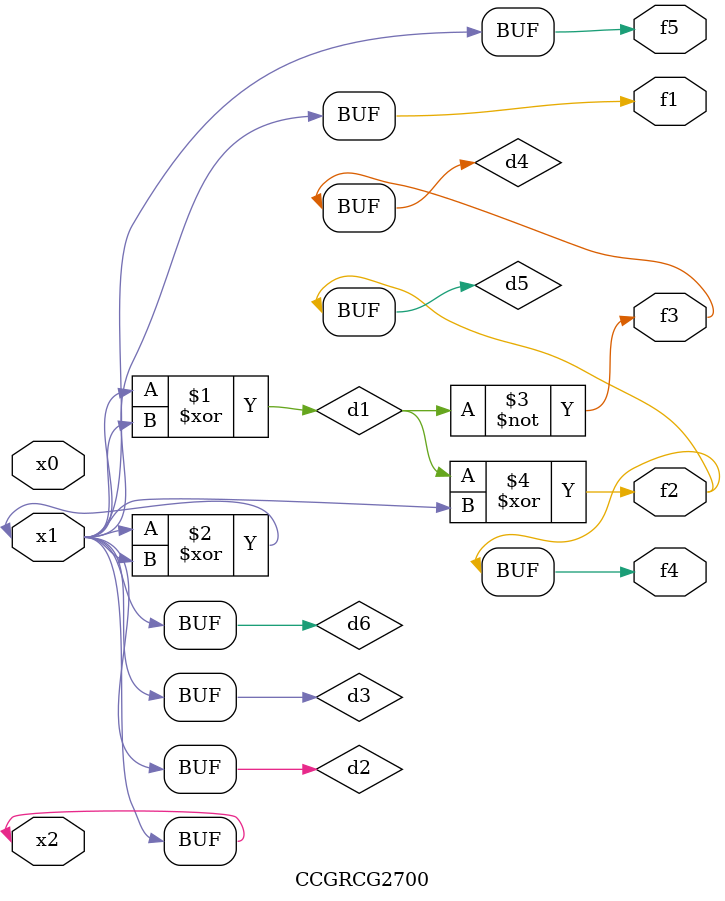
<source format=v>
module CCGRCG2700(
	input x0, x1, x2,
	output f1, f2, f3, f4, f5
);

	wire d1, d2, d3, d4, d5, d6;

	xor (d1, x1, x2);
	buf (d2, x1, x2);
	xor (d3, x1, x2);
	nor (d4, d1);
	xor (d5, d1, d2);
	buf (d6, d2, d3);
	assign f1 = d6;
	assign f2 = d5;
	assign f3 = d4;
	assign f4 = d5;
	assign f5 = d6;
endmodule

</source>
